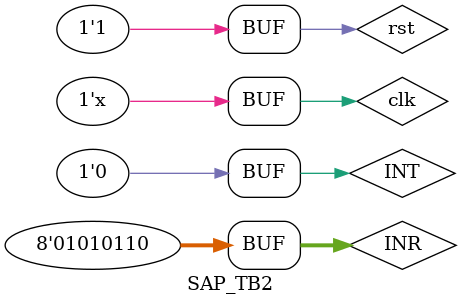
<source format=v>
`timescale 1ns / 1ps


module SAP_TB2;

// Inputs
reg [7:0] INR;
reg INT, rst, clk;

// Outputs
wire [7:0] OUTR, PC, PCA, IR, ALUREsult, AYE, BEE, CEE, MemOut, MAR, LIT;
wire [3:0] state, aluopsel, seldst, selsrc;
wire [1:0] pcopsel;

// Instantiate UUT
SAP UUT (
    .INR(INR),
    .INT(INT),
    .rst(rst),
    .clk(clk),
    .OUTR(OUTR),
    .PC(PC),
    .PCA(PCA),
    .state(state),
    .IR(IR),
    .aluopsel(aluopsel),
    .pcopsel(pcopsel),
    .seldst(seldst),
    .selsrc(selsrc),
    .ALUREsult(ALUREsult),
    .AYE(AYE),
    .BEE(BEE),
    .CEE(CEE),
    .LIT(LIT),
    .MemOut(MemOut),
    .MAR(MAR)
);

// Clock generation
always #1
    clk = ~clk;

// Testing process
initial
begin
    // Initialize the values
    rst = 1'h0;     // Reset the computer
    clk = 1'h1;     // High leading edge
    INR = 8'h56;    // Set the input port value 
    INT = 1'h0;     // Disable the interrupt flag
    #4 rst = 1'h1;  // After reset
end

endmodule
</source>
